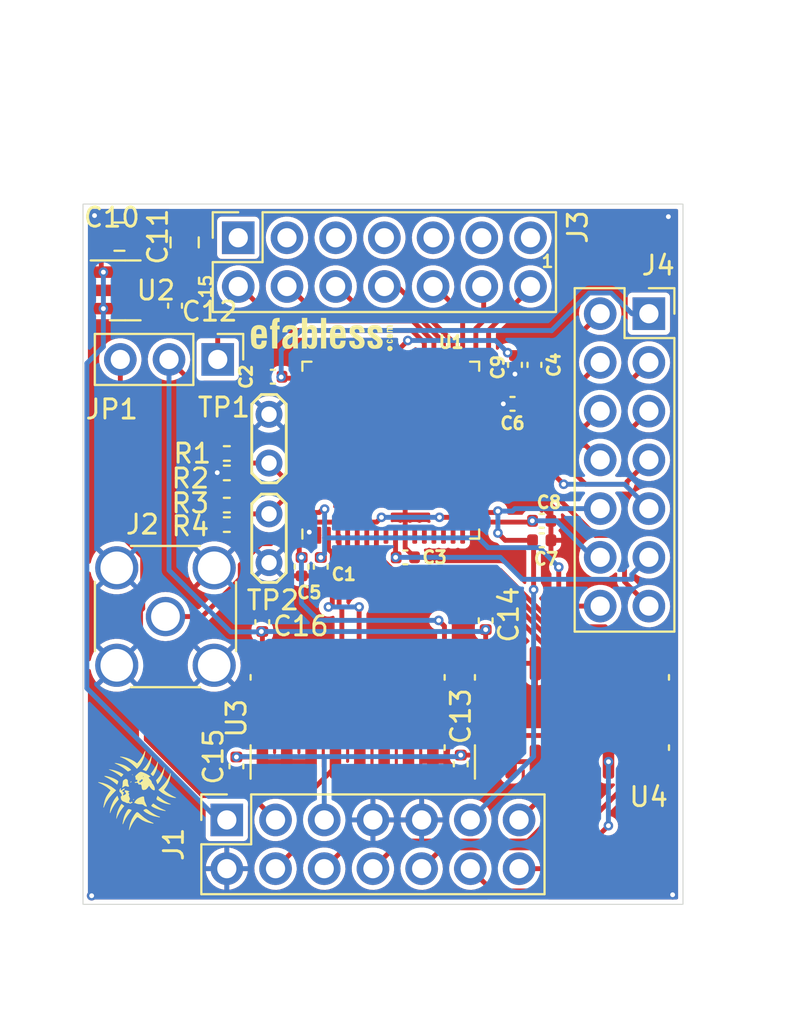
<source format=kicad_pcb>
(kicad_pcb (version 20211014) (generator pcbnew)
  (layers (0 "F.Cu" signal) (31 "B.Cu" signal) (34 "B.Paste" user) (35 "F.Paste" user) (36 "B.SilkS" user "B.Silkscreen") (37 "F.SilkS" user "F.Silkscreen") (38 "B.Mask" user) (39 "F.Mask" user) (44 "Edge.Cuts" user))
  (net 0 "")
  (net 1 "GND")
  (net 2 "vccd2")
  (net 3 "vccd1")
  (net 4 "vdda2")
  (net 5 "vdda1")
  (net 6 "vddio")
  (net 7 "vdda")
  (net 8 "vccd")
  (net 9 "mprj_io[6]_ser_tx")
  (net 10 "mprj_io[5]_ser_rx")
  (net 11 "mprj_io[4]_SCK")
  (net 12 "mprj_io[3]_CSB")
  (net 13 "mprj_io[2]_SDI")
  (net 14 "mprj_io[1]_SDO")
  (net 15 "mprj_io[0]")
  (net 16 "Caravel_SCK")
  (net 17 "gpio")
  (net 18 "Caravel_D1")
  (net 19 "Caravel_D0")
  (net 20 "Caravel_CSB")
  (net 21 "xclk")
  (net 22 "~{RST}")
  (net 24 "vin_3v3")
  (net 25 "Net-(C11-Pad2)")
  (net 26 "Net-(C12-Pad1)")
  (net 27 "cfg_vin")
  (net 28 "analog_vdd")
  (net 29 "alt_vdd_1v5")
  (net 30 "cfg_clk_vin")
  (net 31 "cfg_din_vin")
  (net 32 "prbs_clk_0_vin")
  (net 33 "prbs_clk_1_vin")
  (net 34 "prbs_clk_2_vin")
  (net 35 "~{prsb_rst_vin}")
  (net 36 "Net-(J2-Pad1)")
  (net 44 "tx_dq")
  (net 45 "~{tx_dq}")
  (net 46 "cfg_din")
  (net 47 "cfg_clk")
  (net 48 "prbs_clk_0")
  (net 49 "prbs_clk_1")
  (net 50 "prbs_clk_2")
  (net 51 "~{prbs_rst}")
  (footprint "Capacitor_SMD:C_0402_1005Metric" (layer "F.Cu") (at 139.827 84.582 -90)
    (fp_text reference "C9")
    (fp_text value "0.1uf")
  )
  (footprint "Capacitor_SMD:C_0805_2012Metric" (layer "F.Cu") (at 119.2 77.9 180)
    (fp_text reference "C10")
    (fp_text value "10uf")
  )
  (footprint "Capacitor_SMD:C_0402_1005Metric" (layer "F.Cu") (at 122.1 81.5 90)
    (fp_text reference "C12")
    (fp_text value "0.1uf")
  )
  (footprint "Capacitor_SMD:C_0805_2012Metric" (layer "F.Cu") (at 122.6 78.2 -90)
    (fp_text reference "C11")
    (fp_text value "10uf")
  )
  (footprint "Capacitor_SMD:C_0402_1005Metric" (layer "F.Cu") (at 125.3 105.5 90)
    (fp_text reference "C15")
    (fp_text value "0.1uf")
  )
  (footprint "Connector_PinSocket_2.54mm:PinSocket_2x07_P2.54mm_Vertical" (layer "F.Cu") (at 146.812 81.915)
    (fp_text reference "J4")
    (fp_text value "Conn_02x07_Top_Bottom")
  )
  (footprint "Capacitor_SMD:C_0402_1005Metric" (layer "F.Cu") (at 127.2 85.2)
    (fp_text reference "C2")
    (fp_text value "0.1uf")
  )
  (footprint "Resistor_SMD:R_0402_1005Metric" (layer "F.Cu") (at 124.8 91.892)
    (fp_text reference "R3")
    (fp_text value "80.6ohm")
  )
  (footprint "TestPoint:TestPoint_2Pads_Pitch2.54mm_Drill0.8mm" (layer "F.Cu") (at 127 89.7 90)
    (fp_text reference "TP1")
    (fp_text value "TestPoint_2Pole")
  )
  (footprint "Resistor_SMD:R_0402_1005Metric" (layer "F.Cu") (at 124.8 92.908 180)
    (fp_text reference "R4")
    (fp_text value "80.6ohm")
  )
  (footprint "Capacitor_SMD:C_0402_1005Metric" (layer "F.Cu") (at 138.3 97.9 -90)
    (fp_text reference "C14")
    (fp_text value "0.1uf")
  )
  (footprint "Connector_PinSocket_2.54mm:PinSocket_2x07_P2.54mm_Vertical" (layer "F.Cu") (at 124.8 108.3 90)
    (fp_text reference "J1")
    (fp_text value "Conn_02x07_Top_Bottom")
  )
  (footprint "Package_TO_SOT_SMD:TSOT-23-5" (layer "F.Cu") (at 119.5 80.7)
    (fp_text reference "U2")
    (fp_text value "LTC1844ES5-1.5")
  )
  (footprint "Capacitor_SMD:C_0402_1005Metric" (layer "F.Cu") (at 141.224 93.726 180)
    (fp_text reference "C7")
    (fp_text value "0.1uf")
  )
  (footprint "Capacitor_SMD:C_0402_1005Metric" (layer "F.Cu") (at 126.65 98 -90)
    (fp_text reference "C16")
    (fp_text value "0.1uf")
  )
  (footprint "Caravel:ef_logo" (layer "F.Cu") (at 129.7 83)
    (fp_text reference "T2" hide)
    (fp_text value "Logo" hide)
  )
  (footprint "Capacitor_SMD:C_0402_1005Metric" (layer "F.Cu") (at 141.224 92.71 180)
    (fp_text reference "C8")
    (fp_text value "0.1uf")
  )
  (footprint "custom_footprints:Texas_R-PDSO-G16" (layer "F.Cu") (at 131.1 102.7 90)
    (fp_text reference "U3")
    (fp_text value "SN74AVC4T245PW")
  )
  (footprint "Caravel_Board:logo_small" (layer "F.Cu") (at 120.1 106.75)
    (fp_text reference "T1" hide)
    (fp_text value "Logo" hide)
  )
  (footprint "Resistor_SMD:R_0402_1005Metric" (layer "F.Cu") (at 124.8 89.2)
    (fp_text reference "R1")
    (fp_text value "80.6ohm")
  )
  (footprint "Capacitor_SMD:C_0402_1005Metric" (layer "F.Cu") (at 134.112 94.615)
    (fp_text reference "C3")
    (fp_text value "0.1uf")
  )
  (footprint "Package_DFN_QFN:QFN-64-1EP_9x9mm_P0.5mm_EP6x6mm" (layer "F.Cu") (at 133.35 89.027 90)
    (fp_text reference "U1")
    (fp_text value "Caravel")
  )
  (footprint "Resistor_SMD:R_0402_1005Metric" (layer "F.Cu") (at 124.8 90.216 180)
    (fp_text reference "R2")
    (fp_text value "80.6ohm")
  )
  (footprint "Connector_PinSocket_2.54mm:PinSocket_2x07_P2.54mm_Vertical" (layer "F.Cu") (at 125.396 77.958 90)
    (fp_text reference "J3")
    (fp_text value "Conn_02x07_Top_Bottom")
  )
  (footprint "custom_footprints:Texas_R-PDSO-G16" (layer "F.Cu") (at 142.8 102.7 90)
    (fp_text reference "U4")
    (fp_text value "SN74AVC4T245PW")
  )
  (footprint "Capacitor_SMD:C_0402_1005Metric" (layer "F.Cu") (at 140.843 84.582 -90)
    (fp_text reference "C4")
    (fp_text value "0.1uf")
  )
  (footprint "Capacitor_SMD:C_0402_1005Metric" (layer "F.Cu") (at 128.7 95.1 90)
    (fp_text reference "C5")
    (fp_text value "0.1uf")
  )
  (footprint "Connector_Coaxial:SMA_Amphenol_132134-16_Vertical" (layer "F.Cu") (at 121.6 97.7)
    (fp_text reference "J2")
    (fp_text value "Conn_Coaxial")
  )
  (footprint "Capacitor_SMD:C_0402_1005Metric" (layer "F.Cu") (at 129.7 95.1 90)
    (fp_text reference "C1")
    (fp_text value "0.1uf")
  )
  (footprint "Capacitor_SMD:C_0402_1005Metric" (layer "F.Cu") (at 139.7 86.614 180)
    (fp_text reference "C6")
    (fp_text value "0.1uf")
  )
  (footprint "Connector_PinHeader_2.54mm:PinHeader_1x03_P2.54mm_Vertical" (layer "F.Cu") (at 124.325 84.3 -90)
    (fp_text reference "JP1")
    (fp_text value "Jumper_3_Open")
  )
  (footprint "Capacitor_SMD:C_0402_1005Metric" (layer "F.Cu") (at 137 105.4 90)
    (fp_text reference "C13")
    (fp_text value "0.1uf")
  )
  (footprint "TestPoint:TestPoint_2Pads_Pitch2.54mm_Drill0.8mm" (layer "F.Cu") (at 127 92.35 -90)
    (fp_text reference "TP2")
    (fp_text value "TestPoint_2Pole")
  )
  (gr_rect (start 117.3 76.2) (end 148.59 112.7) (layer "Edge.Cuts") (width 0.05) (fill none))
  (gr_text "1" (at 141.52626 79.18958) (layer "F.SilkS") (effects (font (size 0.635 0.635) (thickness 0.127))))
  (gr_text "15" (at 123.7 80.5 90) (layer "F.SilkS") (effects (font (size 0.635 0.635) (thickness 0.127))))
  (segment (start 137.7875 89.777) (end 134.1 89.777) (width 0.254) (layer "F.Cu") (net 1))
  (segment (start 139.827 85.062) (end 140.843 85.062) (width 0.254) (layer "F.Cu") (net 1))
  (segment (start 128.9125 86.777) (end 131.1 86.777) (width 0.254) (layer "F.Cu") (net 1))
  (segment (start 134.1 94.123) (end 134.592 94.615) (width 0.254) (layer "F.Cu") (net 1))
  (segment (start 133.1 89.277) (end 133.35 89.027) (width 0.254) (layer "F.Cu") (net 1))
  (segment (start 135.6 86.777) (end 133.35 89.027) (width 0.254) (layer "F.Cu") (net 1))
  (segment (start 137.7875 86.777) (end 135.6 86.777) (width 0.254) (layer "F.Cu") (net 1))
  (segment (start 134.1 89.777) (end 133.35 89.027) (width 0.254) (layer "F.Cu") (net 1))
  (segment (start 140.553 91.277) (end 137.8595 91.277) (width 0.254) (layer "F.Cu") (net 1))
  (segment (start 141.704 92.837) (end 141.704 92.428) (width 0.254) (layer "F.Cu") (net 1))
  (segment (start 129.2645 93.4645) (end 129.1 93.3) (width 0.254) (layer "F.Cu") (net 1))
  (segment (start 134.6 84.5895) (end 134.6 87.777) (width 0.254) (layer "F.Cu") (net 1))
  (segment (start 128.9125 87.777) (end 132.1 87.777) (width 0.254) (layer "F.Cu") (net 1))
  (segment (start 134.1 88.277) (end 133.35 89.027) (width 0.254) (layer "F.Cu") (net 1))
  (segment (start 141.704 92.428) (end 140.553 91.277) (width 0.254) (layer "F.Cu") (net 1))
  (segment (start 139.057 86.777) (end 137.7875 86.777) (width 0.254) (layer "F.Cu") (net 1))
  (segment (start 134.1 93.4645) (end 134.1 89.777) (width 0.254) (layer "F.Cu") (net 1))
  (segment (start 134.1 84.5895) (end 134.1 88.277) (width 0.254) (layer "F.Cu") (net 1))
  (segment (start 135.6 91.277) (end 133.35 89.027) (width 0.254) (layer "F.Cu") (net 1))
  (segment (start 139.22 86.614) (end 139.057 86.777) (width 0.254) (layer "F.Cu") (net 1))
  (segment (start 128.9125 88.777) (end 133.1 88.777) (width 0.254) (layer "F.Cu") (net 1))
  (segment (start 134.1 93.4645) (end 134.1 94.123) (width 0.254) (layer "F.Cu") (net 1))
  (segment (start 132.1 87.777) (end 133.35 89.027) (width 0.254) (layer "F.Cu") (net 1))
  (segment (start 134.1 84.5895) (end 134.6 84.5895) (width 0.254) (layer "F.Cu") (net 1))
  (segment (start 129.6 93.4645) (end 129.2645 93.4645) (width 0.254) (layer "F.Cu") (net 1))
  (segment (start 134.6 87.777) (end 133.35 89.027) (width 0.254) (layer "F.Cu") (net 1))
  (segment (start 137.7875 91.277) (end 135.6 91.277) (width 0.254) (layer "F.Cu") (net 1))
  (segment (start 131.1 86.777) (end 133.35 89.027) (width 0.254) (layer "F.Cu") (net 1))
  (segment (start 133.1 88.777) (end 133.35 89.027) (width 0.254) (layer "F.Cu") (net 1))
  (via (at 148.05 112.2) (size 0.5) (drill 0.25) (layers "F.Cu" "B.Cu") (net 1))
  (via (at 139.827 85.062) (size 0.5) (drill 0.25) (layers "F.Cu" "B.Cu") (net 1))
  (via (at 129.1 93.3) (size 0.5) (drill 0.25) (layers "F.Cu" "B.Cu") (net 1))
  (via (at 147.828 76.858) (size 0.5) (drill 0.25) (layers "F.Cu" "B.Cu") (net 1))
  (via (at 139.22 86.614) (size 0.5) (drill 0.25) (layers "F.Cu" "B.Cu") (net 1))
  (via (at 117.9 76.8) (size 0.5) (drill 0.25) (layers "F.Cu" "B.Cu") (net 1))
  (via (at 117.75 112.25) (size 0.5) (drill 0.25) (layers "F.Cu" "B.Cu") (net 1))
  (via (at 124.3 90.2) (size 0.5) (drill 0.25) (layers "F.Cu" "B.Cu") (net 1))
  (segment (start 129.8 92.1) (end 129.9 92.1) (width 0.254) (layer "F.Cu") (net 2))
  (segment (start 142.113 97.155) (end 144.272 97.155) (width 0.254) (layer "F.Cu") (net 2))
  (segment (start 142.113 95.123) (end 142.113 97.155) (width 0.254) (layer "F.Cu") (net 2))
  (segment (start 129.623 92.277) (end 129.8 92.1) (width 0.254) (layer "F.Cu") (net 2))
  (segment (start 128.9125 92.277) (end 129.623 92.277) (width 0.254) (layer "F.Cu") (net 2))
  (via (at 129.9 92.1) (size 0.5) (drill 0.25) (layers "F.Cu" "B.Cu") (net 2))
  (via (at 142.113 95.123) (size 0.5) (drill 0.25) (layers "F.Cu" "B.Cu") (net 2))
  (via (at 129.7 94.62) (size 0.5) (drill 0.25) (layers "F.Cu" "B.Cu") (net 2))
  (segment (start 129.9 93.598) (end 129.899 93.599) (width 0.254) (layer "B.Cu") (net 2))
  (segment (start 129.9 94.42) (end 129.7 94.62) (width 0.254) (layer "B.Cu") (net 2))
  (segment (start 138.43 94.107) (end 137.922 93.599) (width 0.254) (layer "B.Cu") (net 2))
  (segment (start 142.113 95.123) (end 141.097 94.107) (width 0.254) (layer "B.Cu") (net 2))
  (segment (start 137.922 93.599) (end 129.899 93.599) (width 0.254) (layer "B.Cu") (net 2))
  (segment (start 129.9 93.598) (end 129.9 94.42) (width 0.254) (layer "B.Cu") (net 2))
  (segment (start 141.097 94.107) (end 138.43 94.107) (width 0.254) (layer "B.Cu") (net 2))
  (segment (start 129.9 93.598) (end 129.9 92.1) (width 0.254) (layer "B.Cu") (net 2))
  (segment (start 127.695 85.277) (end 127.635 85.217) (width 0.254) (layer "F.Cu") (net 3))
  (segment (start 128.9125 85.277) (end 127.695 85.277) (width 0.254) (layer "F.Cu") (net 3))
  (via (at 127.635 85.217) (size 0.5) (drill 0.25) (layers "F.Cu" "B.Cu") (net 3))
  (segment (start 127.635 83.82) (end 128.665 82.79) (width 0.254) (layer "B.Cu") (net 3))
  (segment (start 127.635 85.217) (end 127.635 83.82) (width 0.254) (layer "B.Cu") (net 3))
  (segment (start 145.923 81.915) (end 146.812 81.915) (width 0.254) (layer "B.Cu") (net 3))
  (segment (start 141.718 82.79) (end 141.732 82.804) (width 0.254) (layer "B.Cu") (net 3))
  (segment (start 144.8444 80.8364) (end 145.923 81.915) (width 0.254) (layer "B.Cu") (net 3))
  (segment (start 143.6996 80.8364) (end 144.8444 80.8364) (width 0.254) (layer "B.Cu") (net 3))
  (segment (start 141.732 82.804) (end 143.6996 80.8364) (width 0.254) (layer "B.Cu") (net 3))
  (segment (start 128.665 82.79) (end 141.718 82.79) (width 0.254) (layer "B.Cu") (net 3))
  (segment (start 133.6 93.4645) (end 133.6 94.583) (width 0.254) (layer "F.Cu") (net 4))
  (segment (start 133.6 94.583) (end 133.632 94.615) (width 0.254) (layer "F.Cu") (net 4))
  (via (at 133.604 94.615) (size 0.5) (drill 0.25) (layers "F.Cu" "B.Cu") (net 4))
  (segment (start 140.208 95.758) (end 145.923 95.758) (width 0.254) (layer "B.Cu") (net 4))
  (segment (start 133.604 94.615) (end 139.065 94.615) (width 0.254) (layer "B.Cu") (net 4))
  (segment (start 139.065 94.615) (end 140.208 95.758) (width 0.254) (layer "B.Cu") (net 4))
  (segment (start 145.923 95.758) (end 145.923 95.504) (width 0.254) (layer "B.Cu") (net 4))
  (segment (start 145.923 95.504) (end 146.812 94.615) (width 0.254) (layer "B.Cu") (net 4))
  (segment (start 142.636 83.947) (end 139.446 83.947) (width 0.254) (layer "F.Cu") (net 5))
  (segment (start 130.1 85.142) (end 130.1 84.5895) (width 0.254) (layer "F.Cu") (net 5))
  (segment (start 133.066998 85.471) (end 130.429 85.471) (width 0.254) (layer "F.Cu") (net 5))
  (segment (start 143.2066 83.3764) (end 143.2066 82.9804) (width 0.254) (layer "F.Cu") (net 5))
  (segment (start 130.429 85.471) (end 130.1 85.142) (width 0.254) (layer "F.Cu") (net 5))
  (segment (start 142.636 83.947) (end 143.2066 83.3764) (width 0.254) (layer "F.Cu") (net 5))
  (segment (start 134.239 83.312) (end 133.6 83.951) (width 0.254) (layer "F.Cu") (net 5))
  (segment (start 133.6 83.951) (end 133.6 84.5895) (width 0.254) (layer "F.Cu") (net 5))
  (segment (start 133.6 84.5895) (end 133.6 84.937998) (width 0.254) (layer "F.Cu") (net 5))
  (segment (start 133.6 84.937998) (end 133.066998 85.471) (width 0.254) (layer "F.Cu") (net 5))
  (segment (start 143.2066 82.9804) (end 144.272 81.915) (width 0.254) (layer "F.Cu") (net 5))
  (via (at 139.446 83.947) (size 0.5) (drill 0.25) (layers "F.Cu" "B.Cu") (net 5))
  (via (at 134.239 83.312) (size 0.5) (drill 0.25) (layers "F.Cu" "B.Cu") (net 5))
  (segment (start 134.239 83.312) (end 138.811 83.312) (width 0.254) (layer "B.Cu") (net 5))
  (segment (start 138.811 83.312) (end 139.446 83.947) (width 0.254) (layer "B.Cu") (net 5))
  (segment (start 141.5 103.9) (end 141.5 106.84) (width 0.254) (layer "F.Cu") (net 6))
  (segment (start 141.5 106.84) (end 140.04 108.3) (width 0.254) (layer "F.Cu") (net 6))
  (segment (start 128.88478 92.777) (end 128.9125 92.777) (width 0.254) (layer "F.Cu") (net 6))
  (segment (start 128.578 94.498) (end 128.578 93.08378) (width 0.254) (layer "F.Cu") (net 6))
  (segment (start 140.73 92.71) (end 140.663 92.777) (width 0.254) (layer "F.Cu") (net 6))
  (segment (start 137.433287 92.777) (end 137.7875 92.777) (width 0.254) (layer "F.Cu") (net 6))
  (segment (start 135.85 97.9) (end 136.15 98.2) (width 0.254) (layer "F.Cu") (net 6))
  (segment (start 128.69 94.61) (end 128.578 94.498) (width 0.254) (layer "F.Cu") (net 6))
  (segment (start 132.614627 92.777) (end 132.863525 92.528102) (width 0.254) (layer "F.Cu") (net 6))
  (segment (start 128.7 94.62) (end 128.69 94.61) (width 0.254) (layer "F.Cu") (net 6))
  (segment (start 135.89 92.528102) (end 137.184389 92.528102) (width 0.254) (layer "F.Cu") (net 6))
  (segment (start 137.85 103.9) (end 141.5 103.9) (width 0.254) (layer "F.Cu") (net 6))
  (segment (start 136.15 102.2) (end 137.85 103.9) (width 0.254) (layer "F.Cu") (net 6))
  (segment (start 137.7875 92.777) (end 140.663 92.777) (width 0.254) (layer "F.Cu") (net 6))
  (segment (start 140.73 92.71) (end 140.73 92.823) (width 0.254) (layer "F.Cu") (net 6))
  (segment (start 136.15 98.2) (end 136.15 102.2) (width 0.254) (layer "F.Cu") (net 6))
  (segment (start 128.9125 92.777) (end 132.614627 92.777) (width 0.254) (layer "F.Cu") (net 6))
  (segment (start 137.184389 92.528102) (end 137.433287 92.777) (width 0.254) (layer "F.Cu") (net 6))
  (segment (start 128.578 93.08378) (end 128.88478 92.777) (width 0.254) (layer "F.Cu") (net 6))
  (via (at 128.69 94.61) (size 0.5) (drill 0.25) (layers "F.Cu" "B.Cu") (net 6))
  (via (at 135.85 97.9) (size 0.5) (drill 0.25) (layers "F.Cu" "B.Cu") (net 6))
  (via (at 132.863525 92.528102) (size 0.5) (drill 0.25) (layers "F.Cu" "B.Cu") (net 6))
  (via (at 135.89 92.528102) (size 0.5) (drill 0.25) (layers "F.Cu" "B.Cu") (net 6))
  (via (at 140.73 92.71) (size 0.5) (drill 0.25) (layers "F.Cu" "B.Cu") (net 6))
  (segment (start 129.584 97.9) (end 135.85 97.9) (width 0.254) (layer "B.Cu") (net 6))
  (segment (start 140.73 92.71) (end 141.986 92.71) (width 0.254) (layer "B.Cu") (net 6))
  (segment (start 143.807889 94.531889) (end 144.023 94.747) (width 0.254) (layer "B.Cu") (net 6))
  (segment (start 128.69 97.006) (end 129.584 97.9) (width 0.254) (layer "B.Cu") (net 6))
  (segment (start 132.863525 92.528102) (end 135.89 92.528102) (width 0.254) (layer "B.Cu") (net 6))
  (segment (start 141.986 92.71) (end 143.891 94.615) (width 0.254) (layer "B.Cu") (net 6))
  (segment (start 128.69 94.61) (end 128.69 97.006) (width 0.254) (layer "B.Cu") (net 6))
  (segment (start 143.891 94.615) (end 144.272 94.615) (width 0.254) (layer "B.Cu") (net 6))
  (segment (start 138.436213 85.979) (end 140.462 85.979) (width 0.254) (layer "F.Cu") (net 7))
  (segment (start 138.138213 86.277) (end 138.436213 85.979) (width 0.254) (layer "F.Cu") (net 7))
  (segment (start 141.224 85.979) (end 141.351 85.852) (width 0.254) (layer "F.Cu") (net 7))
  (segment (start 141.351 85.852) (end 142.875 85.852) (width 0.254) (layer "F.Cu") (net 7))
  (segment (start 137.7875 86.277) (end 138.138213 86.277) (width 0.254) (layer "F.Cu") (net 7))
  (segment (start 140.462 85.979) (end 141.224 85.979) (width 0.254) (layer "F.Cu") (net 7))
  (segment (start 140.18 86.741) (end 140.18 86.261) (width 0.254) (layer "F.Cu") (net 7))
  (segment (start 140.18 86.261) (end 140.462 85.979) (width 0.254) (layer "F.Cu") (net 7))
  (segment (start 142.875 85.852) (end 144.272 84.455) (width 0.254) (layer "F.Cu") (net 7))
  (segment (start 138.938 92.202) (end 138.863 92.277) (width 0.254) (layer "F.Cu") (net 8))
  (segment (start 140.8 93.782) (end 140.744 93.726) (width 0.254) (layer "F.Cu") (net 8))
  (segment (start 140.744 93.726) (end 139.319 93.726) (width 0.254) (layer "F.Cu") (net 8))
  (segment (start 138.863 92.277) (end 137.7875 92.277) (width 0.254) (layer "F.Cu") (net 8))
  (segment (start 140.8 96.3) (end 140.8 93.782) (width 0.254) (layer "F.Cu") (net 8))
  (segment (start 139.319 93.726) (end 138.938 93.345) (width 0.254) (layer "F.Cu") (net 8))
  (via (at 140.8 96.3) (size 0.5) (drill 0.25) (layers "F.Cu" "B.Cu") (net 8))
  (via (at 138.938 93.345) (size 0.5) (drill 0.25) (layers "F.Cu" "B.Cu") (net 8))
  (via (at 138.938 92.202) (size 0.5) (drill 0.25) (layers "F.Cu" "B.Cu") (net 8))
  (segment (start 139.827 92.075) (end 144.272 92.075) (width 0.254) (layer "B.Cu") (net 8))
  (segment (start 138.938 93.345) (end 138.938 92.202) (width 0.254) (layer "B.Cu") (net 8))
  (segment (start 140.8 105) (end 140.8 96.3) (width 0.254) (layer "B.Cu") (net 8))
  (segment (start 138.938 92.202) (end 139.7 92.202) (width 0.254) (layer "B.Cu") (net 8))
  (segment (start 137.5 108.3) (end 140.8 105) (width 0.254) (layer "B.Cu") (net 8))
  (segment (start 139.7 92.202) (end 139.827 92.075) (width 0.254) (layer "B.Cu") (net 8))
  (segment (start 135.1 83.43478) (end 134.45522 82.79) (width 0.254) (layer "F.Cu") (net 9))
  (segment (start 135.1 84.5895) (end 135.1 83.43478) (width 0.254) (layer "F.Cu") (net 9))
  (segment (start 128.157 82.79) (end 128.143 82.804) (width 0.254) (layer "F.Cu") (net 9))
  (segment (start 128.143 82.804) (end 127.802 82.804) (width 0.254) (layer "F.Cu") (net 9))
  (segment (start 127.802 82.804) (end 125.496 80.498) (width 0.254) (layer "F.Cu") (net 9))
  (segment (start 134.45522 82.79) (end 128.157 82.79) (width 0.254) (layer "F.Cu") (net 9))
  (segment (start 135.6 84.5895) (end 135.6 83.403) (width 0.254) (layer "F.Cu") (net 10))
  (segment (start 129.834 82.296) (end 128.036 80.498) (width 0.254) (layer "F.Cu") (net 10))
  (segment (start 134.493 82.296) (end 129.834 82.296) (width 0.254) (layer "F.Cu") (net 10))
  (segment (start 135.6 83.403) (end 134.493 82.296) (width 0.254) (layer "F.Cu") (net 10))
  (segment (start 136.1 83.400106) (end 134.640294 81.9404) (width 0.254) (layer "F.Cu") (net 11))
  (segment (start 131.699 81.9404) (end 131.699 81.621) (width 0.254) (layer "F.Cu") (net 11))
  (segment (start 136.1 84.5895) (end 136.1 83.400106) (width 0.254) (layer "F.Cu") (net 11))
  (segment (start 134.640294 81.9404) (end 131.699 81.9404) (width 0.254) (layer "F.Cu") (net 11))
  (segment (start 131.699 81.621) (end 130.576 80.498) (width 0.254) (layer "F.Cu") (net 11))
  (segment (start 136.6 83.397212) (end 133.700788 80.498) (width 0.254) (layer "F.Cu") (net 12))
  (segment (start 133.700788 80.498) (end 133.116 80.498) (width 0.254) (layer "F.Cu") (net 12))
  (segment (start 136.6 84.5895) (end 136.6 83.397212) (width 0.254) (layer "F.Cu") (net 12))
  (segment (start 137.1 84.5895) (end 137.1 81.942) (width 0.254) (layer "F.Cu") (net 13))
  (segment (start 137.1 81.942) (end 135.656 80.498) (width 0.254) (layer "F.Cu") (net 13))
  (segment (start 137.7875 85.277) (end 137.7875 82.6845) (width 0.254) (layer "F.Cu") (net 14))
  (segment (start 138.196 82.276) (end 138.196 80.498) (width 0.254) (layer "F.Cu") (net 14))
  (segment (start 137.7875 82.6845) (end 138.196 82.276) (width 0.254) (layer "F.Cu") (net 14))
  (segment (start 138.45312 85.459878) (end 138.45312 82.78088) (width 0.254) (layer "F.Cu") (net 15))
  (segment (start 138.45312 82.78088) (end 140.736 80.498) (width 0.254) (layer "F.Cu") (net 15))
  (segment (start 138.135998 85.777) (end 138.45312 85.459878) (width 0.254) (layer "F.Cu") (net 15))
  (segment (start 137.7875 85.777) (end 138.135998 85.777) (width 0.254) (layer "F.Cu") (net 15))
  (segment (start 143.514 88.777) (end 144.272 89.535) (width 0.254) (layer "F.Cu") (net 16))
  (segment (start 137.7875 88.777) (end 143.514 88.777) (width 0.254) (layer "F.Cu") (net 16))
  (segment (start 145.669 85.598) (end 146.812 84.455) (width 0.254) (layer "F.Cu") (net 17))
  (segment (start 145.669 85.725) (end 145.669 85.598) (width 0.254) (layer "F.Cu") (net 17))
  (segment (start 143.764 85.725) (end 145.669 85.725) (width 0.254) (layer "F.Cu") (net 17))
  (segment (start 142.212 87.277) (end 143.764 85.725) (width 0.254) (layer "F.Cu") (net 17))
  (segment (start 137.7875 87.277) (end 142.212 87.277) (width 0.254) (layer "F.Cu") (net 17))
  (segment (start 144.272 86.995) (end 143.49 87.777) (width 0.254) (layer "F.Cu") (net 18))
  (segment (start 143.49 87.777) (end 137.7875 87.777) (width 0.254) (layer "F.Cu") (net 18))
  (segment (start 145.53 88.277) (end 146.812 86.995) (width 0.254) (layer "F.Cu") (net 19))
  (segment (start 137.7875 88.277) (end 145.53 88.277) (width 0.254) (layer "F.Cu") (net 19))
  (segment (start 145.669 90.678) (end 146.812 89.535) (width 0.254) (layer "F.Cu") (net 20))
  (segment (start 145.669 90.805) (end 145.669 90.678) (width 0.254) (layer "F.Cu") (net 20))
  (segment (start 141.982 89.277) (end 143.51 90.805) (width 0.254) (layer "F.Cu") (net 20))
  (segment (start 137.7875 89.277) (end 141.982 89.277) (width 0.254) (layer "F.Cu") (net 20))
  (segment (start 143.51 90.805) (end 145.669 90.805) (width 0.254) (layer "F.Cu") (net 20))
  (segment (start 141.839 90.277) (end 142.367 90.805) (width 0.254) (layer "F.Cu") (net 21))
  (segment (start 137.7875 90.277) (end 141.839 90.277) (width 0.254) (layer "F.Cu") (net 21))
  (via (at 142.367 90.805) (size 0.5) (drill 0.25) (layers "F.Cu" "B.Cu") (net 21))
  (segment (start 142.367 90.805) (end 145.542 90.805) (width 0.254) (layer "B.Cu") (net 21))
  (segment (start 145.542 90.805) (end 146.812 92.075) (width 0.254) (layer "B.Cu") (net 21))
  (segment (start 144.028 93.472) (end 144.907 93.472) (width 0.254) (layer "F.Cu") (net 22))
  (segment (start 145.542 94.107) (end 145.542 95.885) (width 0.254) (layer "F.Cu") (net 22))
  (segment (start 145.542 95.885) (end 146.812 97.155) (width 0.254) (layer "F.Cu") (net 22))
  (segment (start 144.907 93.472) (end 145.542 94.107) (width 0.254) (layer "F.Cu") (net 22))
  (segment (start 141.323 90.777) (end 144.023 93.477) (width 0.254) (layer "F.Cu") (net 22))
  (segment (start 144.023 93.477) (end 144.028 93.472) (width 0.254) (layer "F.Cu") (net 22))
  (segment (start 137.7875 90.777) (end 141.323 90.777) (width 0.254) (layer "F.Cu") (net 22))
  (segment (start 118.25 77.9) (end 118.25 79.6375) (width 0.254) (layer "F.Cu") (net 24))
  (segment (start 118.25 79.6375) (end 118.3625 79.75) (width 0.254) (layer "F.Cu") (net 24))
  (via (at 118.3625 81.65) (size 0.5) (drill 0.25) (layers "F.Cu" "B.Cu") (net 24))
  (via (at 118.3625 79.75) (size 0.5) (drill 0.25) (layers "F.Cu" "B.Cu") (net 24))
  (segment (start 124.36178 108.3) (end 124.8 108.3) (width 0.254) (layer "B.Cu") (net 24))
  (segment (start 118.3625 81.65) (end 118.3625 83.6375) (width 0.254) (layer "B.Cu") (net 24))
  (segment (start 117.5 101.43822) (end 124.36178 108.3) (width 0.254) (layer "B.Cu") (net 24))
  (segment (start 118.3625 83.6375) (end 117.5 84.5) (width 0.254) (layer "B.Cu") (net 24))
  (segment (start 117.5 84.5) (end 117.5 101.43822) (width 0.254) (layer "B.Cu") (net 24))
  (segment (start 118.3625 79.75) (end 118.3625 81.65) (width 0.254) (layer "B.Cu") (net 24))
  (segment (start 123.8 80.2) (end 123.8 82.5) (width 0.254) (layer "F.Cu") (net 25))
  (segment (start 122.6 79.15) (end 121.2375 79.15) (width 0.254) (layer "F.Cu") (net 25))
  (segment (start 122.75 79.15) (end 123.8 80.2) (width 0.254) (layer "F.Cu") (net 25))
  (segment (start 121.2375 79.15) (end 120.6375 79.75) (width 0.254) (layer "F.Cu") (net 25))
  (segment (start 124.325 83.025) (end 124.325 84.3) (width 0.254) (layer "F.Cu") (net 25))
  (segment (start 122.6 79.15) (end 122.75 79.15) (width 0.254) (layer "F.Cu") (net 25))
  (segment (start 123.8 82.5) (end 124.325 83.025) (width 0.254) (layer "F.Cu") (net 25))
  (segment (start 122.1 81.98) (end 120.9675 81.98) (width 0.254) (layer "F.Cu") (net 26))
  (segment (start 120.9675 81.98) (end 120.6375 81.65) (width 0.254) (layer "F.Cu") (net 26))
  (segment (start 138.0125 104.92) (end 138.355 105.2625) (width 0.254) (layer "F.Cu") (net 27))
  (segment (start 126.4125 105.02) (end 126.655 105.2625) (width 0.254) (layer "F.Cu") (net 27))
  (segment (start 137 104.92) (end 138.0125 104.92) (width 0.254) (layer "F.Cu") (net 27))
  (segment (start 127.925 105.2625) (end 129.195 105.2625) (width 0.254) (layer "F.Cu") (net 27))
  (segment (start 138.355 105.2625) (end 139.625 105.2625) (width 0.254) (layer "F.Cu") (net 27))
  (segment (start 126.655 105.2625) (end 127.925 105.2625) (width 0.254) (layer "F.Cu") (net 27))
  (segment (start 139.625 105.2625) (end 140.895 105.2625) (width 0.254) (layer "F.Cu") (net 27))
  (segment (start 125.3 105.02) (end 126.4125 105.02) (width 0.254) (layer "F.Cu") (net 27))
  (via (at 125.3 105.02) (size 0.5) (drill 0.25) (layers "F.Cu" "B.Cu") (net 27))
  (via (at 137 104.92) (size 0.5) (drill 0.25) (layers "F.Cu" "B.Cu") (net 27))
  (segment (start 129.88 105.02) (end 129.9 105) (width 0.254) (layer "B.Cu") (net 27))
  (segment (start 136.92 105) (end 137 104.92) (width 0.254) (layer "B.Cu") (net 27))
  (segment (start 129.88 108.3) (end 129.88 105.02) (width 0.254) (layer "B.Cu") (net 27))
  (segment (start 129.9 105) (end 136.92 105) (width 0.254) (layer "B.Cu") (net 27))
  (segment (start 129.9 105) (end 125.32 105) (width 0.254) (layer "B.Cu") (net 27))
  (segment (start 125.32 105) (end 125.3 105.02) (width 0.254) (layer "B.Cu") (net 27))
  (segment (start 126.655 98.535) (end 126.6 98.48) (width 0.254) (layer "F.Cu") (net 28))
  (segment (start 125.213 86.798) (end 125.213 88.277) (width 0.254) (layer "F.Cu") (net 28))
  (segment (start 125.213 86.798) (end 124.283 86.798) (width 0.254) (layer "F.Cu") (net 28))
  (segment (start 138.3 98.38) (end 138.3 99.9825) (width 0.254) (layer "F.Cu") (net 28))
  (segment (start 124.29 91.39) (end 124.29 91.892) (width 0.254) (layer "F.Cu") (net 28))
  (segment (start 128.2 89) (end 128.2 88.3) (width 0.254) (layer "F.Cu") (net 28))
  (segment (start 123.7914 89.6986) (end 123.7914 90.8914) (width 0.254) (layer "F.Cu") (net 28))
  (segment (start 124.283 86.798) (end 121.785 84.3) (width 0.254) (layer "F.Cu") (net 28))
  (segment (start 123.7914 90.8914) (end 124.29 91.39) (width 0.254) (layer "F.Cu") (net 28))
  (segment (start 125.213 88.277) (end 124.29 89.2) (width 0.254) (layer "F.Cu") (net 28))
  (segment (start 124.29 89.2) (end 123.7914 89.6986) (width 0.254) (layer "F.Cu") (net 28))
  (segment (start 128.2 88.3) (end 128.223 88.277) (width 0.254) (layer "F.Cu") (net 28))
  (segment (start 128.9125 88.277) (end 128.223 88.277) (width 0.254) (layer "F.Cu") (net 28))
  (segment (start 128.9125 89.277) (end 128.477 89.277) (width 0.254) (layer "F.Cu") (net 28))
  (segment (start 128.477 89.277) (end 128.2 89) (width 0.254) (layer "F.Cu") (net 28))
  (segment (start 138.3 99.9825) (end 138.355 100.0375) (width 0.254) (layer "F.Cu") (net 28))
  (segment (start 128.223 88.277) (end 125.213 88.277) (width 0.254) (layer "F.Cu") (net 28))
  (segment (start 126.655 100.1375) (end 126.655 98.535) (width 0.254) (layer "F.Cu") (net 28))
  (via (at 126.6 98.48) (size 0.5) (drill 0.25) (layers "F.Cu" "B.Cu") (net 28))
  (via (at 138.3 98.38) (size 0.5) (drill 0.25) (layers "F.Cu" "B.Cu") (net 28))
  (segment (start 121.785 95.285) (end 125 98.5) (width 0.254) (layer "B.Cu") (net 28))
  (segment (start 121.785 84.3) (end 121.785 95.285) (width 0.254) (layer "B.Cu") (net 28))
  (segment (start 126.6 98.48) (end 138.2 98.48) (width 0.254) (layer "B.Cu") (net 28))
  (segment (start 125 98.5) (end 126.58 98.5) (width 0.254) (layer "B.Cu") (net 28))
  (segment (start 126.58 98.5) (end 126.6 98.48) (width 0.254) (layer "B.Cu") (net 28))
  (segment (start 138.2 98.48) (end 138.3 98.38) (width 0.254) (layer "B.Cu") (net 28))
  (segment (start 120.3 97.4) (end 120.3 98.847001) (width 0.254) (layer "F.Cu") (net 29))
  (segment (start 120.4136 94.59932) (end 120.4136 97.2864) (width 0.254) (layer "F.Cu") (net 29))
  (segment (start 119.245 84.3) (end 119.245 93.43072) (width 0.254) (layer "F.Cu") (net 29))
  (segment (start 123.53145 107.03145) (end 126.07145 107.03145) (width 0.254) (layer "F.Cu") (net 29))
  (segment (start 120.6 104.1) (end 123.53145 107.03145) (width 0.254) (layer "F.Cu") (net 29))
  (segment (start 126.07145 107.03145) (end 127.34 108.3) (width 0.254) (layer "F.Cu") (net 29))
  (segment (start 120.4136 97.2864) (end 120.3 97.4) (width 0.254) (layer "F.Cu") (net 29))
  (segment (start 119.245 93.43072) (end 120.4136 94.59932) (width 0.254) (layer "F.Cu") (net 29))
  (segment (start 120.6 99.147001) (end 120.6 104.1) (width 0.254) (layer "F.Cu") (net 29))
  (segment (start 120.3 98.847001) (end 120.6 99.147001) (width 0.254) (layer "F.Cu") (net 29))
  (segment (start 127.34 110.84) (end 128.6 109.58) (width 0.254) (layer "F.Cu") (net 30))
  (segment (start 128.6 107.4) (end 130.465 105.535) (width 0.254) (layer "F.Cu") (net 30))
  (segment (start 130.465 105.535) (end 130.465 105.2625) (width 0.254) (layer "F.Cu") (net 30))
  (segment (start 128.6 109.58) (end 128.6 107.4) (width 0.254) (layer "F.Cu") (net 30))
  (segment (start 131.15145 105.84605) (end 131.735 105.2625) (width 0.254) (layer "F.Cu") (net 31))
  (segment (start 129.88 110.84) (end 131.15145 109.56855) (width 0.254) (layer "F.Cu") (net 31))
  (segment (start 131.15145 109.56855) (end 131.15145 105.84605) (width 0.254) (layer "F.Cu") (net 31))
  (segment (start 142.165 107.735) (end 142.165 105.2625) (width 0.254) (layer "F.Cu") (net 32))
  (segment (start 132.42 110.84) (end 133.86 109.4) (width 0.254) (layer "F.Cu") (net 32))
  (segment (start 140.5 109.4) (end 142.165 107.735) (width 0.254) (layer "F.Cu") (net 32))
  (segment (start 133.86 109.4) (end 140.5 109.4) (width 0.254) (layer "F.Cu") (net 32))
  (segment (start 140.647294 109.7556) (end 143.435 106.967894) (width 0.254) (layer "F.Cu") (net 33))
  (segment (start 136.0444 109.7556) (end 140.647294 109.7556) (width 0.254) (layer "F.Cu") (net 33))
  (segment (start 134.96 110.84) (end 136.0444 109.7556) (width 0.254) (layer "F.Cu") (net 33))
  (segment (start 143.435 106.967894) (end 143.435 105.2625) (width 0.254) (layer "F.Cu") (net 33))
  (segment (start 138.66 112) (end 140.6 112) (width 0.254) (layer "F.Cu") (net 34))
  (segment (start 140.6 112) (end 141.3 112) (width 0.254) (layer "F.Cu") (net 34))
  (segment (start 141.3 112) (end 144.7 108.6) (width 0.254) (layer "F.Cu") (net 34))
  (segment (start 137.5 110.84) (end 138.66 112) (width 0.254) (layer "F.Cu") (net 34))
  (via (at 144.705 105.2625) (size 0.5) (drill 0.25) (layers "F.Cu" "B.Cu") (net 34))
  (via (at 144.7 108.6) (size 0.5) (drill 0.25) (layers "F.Cu" "B.Cu") (net 34))
  (segment (start 144.7 105.2675) (end 144.705 105.2625) (width 0.254) (layer "B.Cu") (net 34))
  (segment (start 144.7 108.6) (end 144.7 105.2675) (width 0.254) (layer "B.Cu") (net 34))
  (segment (start 140.04 110.84) (end 141.242081 110.84) (width 0.254) (layer "F.Cu") (net 35))
  (segment (start 145.975 106.107081) (end 145.975 105.24) (width 0.254) (layer "F.Cu") (net 35))
  (segment (start 141.242081 110.84) (end 145.975 106.107081) (width 0.254) (layer "F.Cu") (net 35))
  (segment (start 128 93) (end 127.1 93.9) (width 0.254) (layer "F.Cu") (net 36))
  (segment (start 128 92) (end 128 93) (width 0.254) (layer "F.Cu") (net 36))
  (segment (start 128.223 91.777) (end 128 92) (width 0.254) (layer "F.Cu") (net 36))
  (segment (start 127.1 93.9) (end 126.6 93.9) (width 0.254) (layer "F.Cu") (net 36))
  (segment (start 128.9125 91.777) (end 128.223 91.777) (width 0.254) (layer "F.Cu") (net 36))
  (segment (start 125.5 95) (end 125.5 95.71428) (width 0.254) (layer "F.Cu") (net 36))
  (segment (start 126.6 93.9) (end 125.5 95) (width 0.254) (layer "F.Cu") (net 36))
  (segment (start 123.51428 97.7) (end 121.6 97.7) (width 0.254) (layer "F.Cu") (net 36))
  (segment (start 125.5 95.71428) (end 123.51428 97.7) (width 0.254) (layer "F.Cu") (net 36))
  (segment (start 125.31 89.2) (end 125.31 90.216) (width 0.254) (layer "F.Cu") (net 44))
  (segment (start 125.3 89.716) (end 125.3 89.21) (width 0.254) (layer "F.Cu") (net 44))
  (segment (start 128.077 90.777) (end 127 89.7) (width 0.254) (layer "F.Cu") (net 44))
  (segment (start 127 89.7) (end 125.316 89.7) (width 0.254) (layer "F.Cu") (net 44))
  (segment (start 128.9125 90.777) (end 128.077 90.777) (width 0.254) (layer "F.Cu") (net 44))
  (segment (start 125.316 89.7) (end 125.3 89.716) (width 0.254) (layer "F.Cu") (net 44))
  (segment (start 127 92.35) (end 125.342 92.35) (width 0.254) (layer "F.Cu") (net 45))
  (segment (start 128.073 91.277) (end 127 92.35) (width 0.254) (layer "F.Cu") (net 45))
  (segment (start 125.342 92.35) (end 125.3 92.392) (width 0.254) (layer "F.Cu") (net 45))
  (segment (start 125.3 92.392) (end 125.3 91.902) (width 0.254) (layer "F.Cu") (net 45))
  (segment (start 128.9125 91.277) (end 128.073 91.277) (width 0.254) (layer "F.Cu") (net 45))
  (segment (start 125.31 91.892) (end 125.31 92.908) (width 0.254) (layer "F.Cu") (net 45))
  (segment (start 130.15564 94.244361) (end 130.3 94.388721) (width 0.254) (layer "F.Cu") (net 46))
  (segment (start 131.7 100.1025) (end 131.735 100.1375) (width 0.254) (layer "F.Cu") (net 46))
  (segment (start 130.3 97.2) (end 130.1 97.2) (width 0.254) (layer "F.Cu") (net 46))
  (segment (start 130.3 94.388721) (end 130.3 97.2) (width 0.254) (layer "F.Cu") (net 46))
  (segment (start 130.1 93.4645) (end 130.1 94.188721) (width 0.254) (layer "F.Cu") (net 46))
  (segment (start 131.7 97.2) (end 131.7 100.1025) (width 0.254) (layer "F.Cu") (net 46))
  (segment (start 130.1 94.188721) (end 130.15564 94.244361) (width 0.254) (layer "F.Cu") (net 46))
  (via (at 131.7 97.2) (size 0.5) (drill 0.25) (layers "F.Cu" "B.Cu") (net 46))
  (via (at 130.1 97.2) (size 0.5) (drill 0.25) (layers "F.Cu" "B.Cu") (net 46))
  (segment (start 130.1 97.2) (end 131.7 97.2) (width 0.254) (layer "B.Cu") (net 46))
  (segment (start 130.465 100.1375) (end 130.8 99.8025) (width 0.254) (layer "F.Cu") (net 47))
  (segment (start 130.8 97.3) (end 130.6556 97.1556) (width 0.254) (layer "F.Cu") (net 47))
  (segment (start 130.6556 93.5201) (end 130.6 93.4645) (width 0.254) (layer "F.Cu") (net 47))
  (segment (start 130.8 99.8025) (end 130.8 97.3) (width 0.254) (layer "F.Cu") (net 47))
  (segment (start 130.6556 97.1556) (end 130.6556 93.5201) (width 0.254) (layer "F.Cu") (net 47))
  (segment (start 133.043839 96.3668) (end 131.1 94.422961) (width 0.254) (layer "F.Cu") (net 48))
  (segment (start 131.1 94.422961) (end 131.1 93.4645) (width 0.254) (layer "F.Cu") (net 48))
  (segment (start 142.165 99.984579) (end 138.547221 96.3668) (width 0.254) (layer "F.Cu") (net 48))
  (segment (start 138.547221 96.3668) (end 133.043839 96.3668) (width 0.254) (layer "F.Cu") (net 48))
  (segment (start 142.165 100.1375) (end 142.165 99.984579) (width 0.254) (layer "F.Cu") (net 48))
  (segment (start 143.435 99.535) (end 142.857047 98.957047) (width 0.254) (layer "F.Cu") (net 49))
  (segment (start 141.713039 98.957047) (end 138.767192 96.0112) (width 0.254) (layer "F.Cu") (net 49))
  (segment (start 131.6 94.420067) (end 131.6 93.4645) (width 0.254) (layer "F.Cu") (net 49))
  (segment (start 142.857047 98.957047) (end 141.713039 98.957047) (width 0.254) (layer "F.Cu") (net 49))
  (segment (start 133.191133 96.0112) (end 131.6 94.420067) (width 0.254) (layer "F.Cu") (net 49))
  (segment (start 138.767192 96.0112) (end 133.191133 96.0112) (width 0.254) (layer "F.Cu") (net 49))
  (segment (start 143.435 100.1375) (end 143.435 99.535) (width 0.254) (layer "F.Cu") (net 49))
  (segment (start 144.705 100.1375) (end 144.705 98.907894) (width 0.254) (layer "F.Cu") (net 50))
  (segment (start 141.860333 98.601447) (end 138.914486 95.6556) (width 0.254) (layer "F.Cu") (net 50))
  (segment (start 133.338427 95.6556) (end 132.1 94.417173) (width 0.254) (layer "F.Cu") (net 50))
  (segment (start 144.705 98.907894) (end 144.398553 98.601447) (width 0.254) (layer "F.Cu") (net 50))
  (segment (start 144.398553 98.601447) (end 141.860333 98.601447) (width 0.254) (layer "F.Cu") (net 50))
  (segment (start 138.914486 95.6556) (end 133.338427 95.6556) (width 0.254) (layer "F.Cu") (net 50))
  (segment (start 132.1 94.417173) (end 132.1 93.4645) (width 0.254) (layer "F.Cu") (net 50))
  (segment (start 139.06178 95.3) (end 133.485721 95.3) (width 0.254) (layer "F.Cu") (net 51))
  (segment (start 144.5336 98.2336) (end 141.99538 98.2336) (width 0.254) (layer "F.Cu") (net 51))
  (segment (start 145.975 100.16) (end 145.975 99.675) (width 0.254) (layer "F.Cu") (net 51))
  (segment (start 132.6 94.414279) (end 132.6 93.4645) (width 0.254) (layer "F.Cu") (net 51))
  (segment (start 145.975 99.675) (end 144.5336 98.2336) (width 0.254) (layer "F.Cu") (net 51))
  (segment (start 133.485721 95.3) (end 132.6 94.414279) (width 0.254) (layer "F.Cu") (net 51))
  (segment (start 141.99538 98.2336) (end 139.06178 95.3) (width 0.254) (layer "F.Cu") (net 51))
  (zone (net 1) (net_name "GND") (layer "F.Cu") (connect_pads (clearance 0.254)) (min_thickness 0.1524) (fill yes (thermal_gap 0.254) (thermal_bridge_width 0.254))
    (polygon (pts (xy 117.3 76.2) (xy 148.59 76.2) (xy 148.59 112.7) (xy 117.3 112.7)))
  )
  (zone (net 1) (net_name "GND") (layer "B.Cu") (connect_pads (clearance 0.254)) (min_thickness 0.1524) (fill yes (thermal_gap 0.254) (thermal_bridge_width 0.254))
    (polygon (pts (xy 117.3 76.2) (xy 148.59 76.2) (xy 148.59 112.7) (xy 117.3 112.7)))
  )
)
</source>
